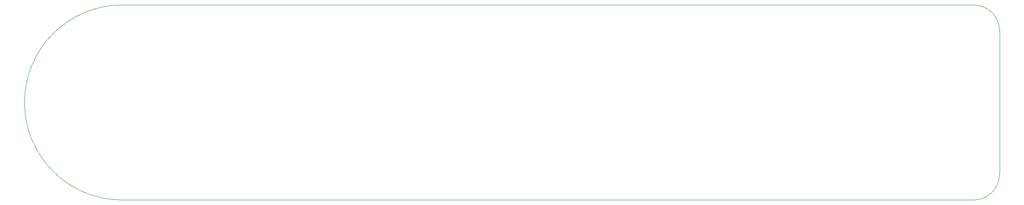
<source format=gbr>
G04 #@! TF.GenerationSoftware,KiCad,Pcbnew,(5.1.5)-3*
G04 #@! TF.CreationDate,2020-02-09T22:21:36-05:00*
G04 #@! TF.ProjectId,IEEE-Clock-Charlie,49454545-2d43-46c6-9f63-6b2d43686172,rev?*
G04 #@! TF.SameCoordinates,Original*
G04 #@! TF.FileFunction,Profile,NP*
%FSLAX46Y46*%
G04 Gerber Fmt 4.6, Leading zero omitted, Abs format (unit mm)*
G04 Created by KiCad (PCBNEW (5.1.5)-3) date 2020-02-09 22:21:36*
%MOMM*%
%LPD*%
G04 APERTURE LIST*
%ADD10C,0.050000*%
G04 APERTURE END LIST*
D10*
X248285000Y-82550000D02*
G75*
G02X253365000Y-87630000I0J-5080000D01*
G01*
X253365000Y-115570000D02*
G75*
G02X248285000Y-120650000I-5080000J0D01*
G01*
X82550000Y-120650000D02*
G75*
G02X82550000Y-82550000I0J19050000D01*
G01*
X82550000Y-82550000D02*
X248285000Y-82550000D01*
X248285000Y-120650000D02*
X82550000Y-120650000D01*
X253365000Y-87630000D02*
X253365000Y-115570000D01*
M02*

</source>
